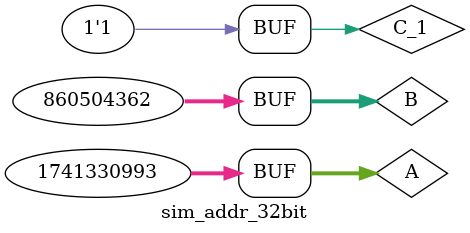
<source format=v>
`timescale 1ns / 1ps


module sim_addr_32bit();
    reg[31:0] A, B;
    reg C_1;
    wire [31:0]S;
    wire C1;
    
    initial begin
    A = 32'h67ca9a31;B = 32'h334a412a;C_1 = 1;
    end
    addr_32bit addr_32bit0(S, C1, A, B, C_1);
endmodule

</source>
